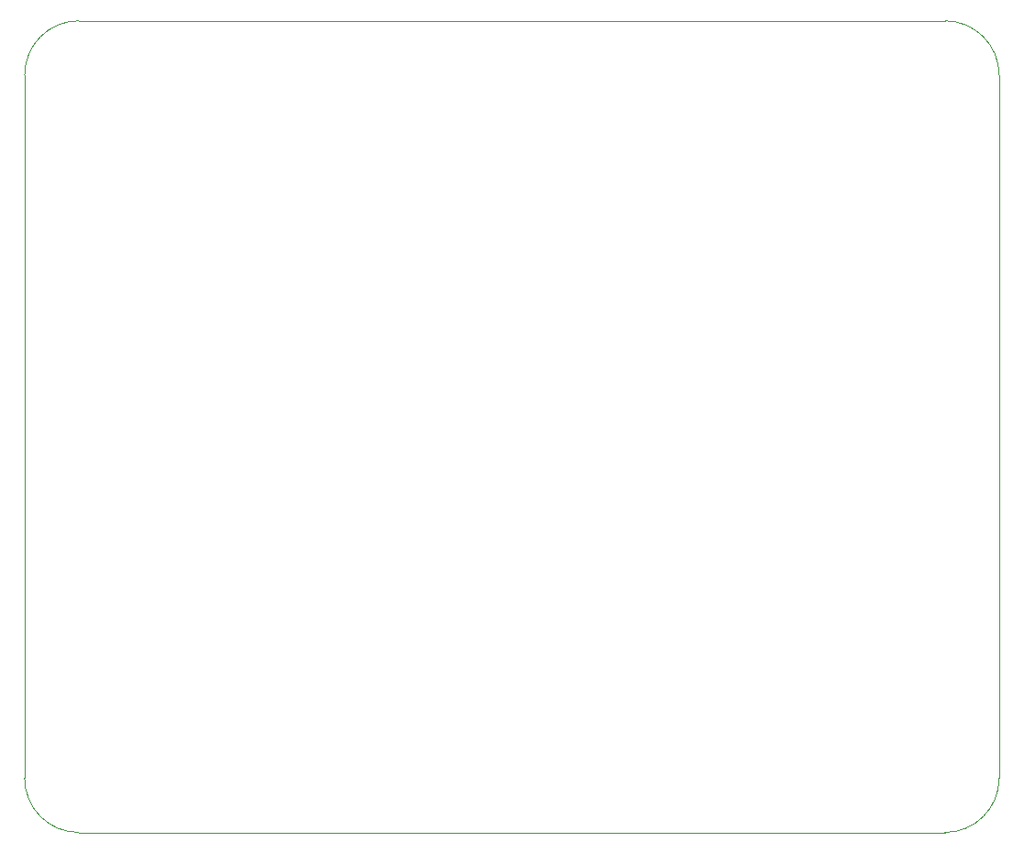
<source format=gbr>
G04 #@! TF.GenerationSoftware,KiCad,Pcbnew,(5.1.4)-1*
G04 #@! TF.CreationDate,2020-01-01T19:34:11-05:00*
G04 #@! TF.ProjectId,Board,426f6172-642e-46b6-9963-61645f706362,rev?*
G04 #@! TF.SameCoordinates,Original*
G04 #@! TF.FileFunction,Profile,NP*
%FSLAX46Y46*%
G04 Gerber Fmt 4.6, Leading zero omitted, Abs format (unit mm)*
G04 Created by KiCad (PCBNEW (5.1.4)-1) date 2020-01-01 19:34:11*
%MOMM*%
%LPD*%
G04 APERTURE LIST*
%ADD10C,0.050000*%
G04 APERTURE END LIST*
D10*
X60000000Y-75000000D02*
X60000000Y-140000000D01*
X145000000Y-70000000D02*
X65000000Y-70000000D01*
X150000000Y-140000000D02*
X150000000Y-75000000D01*
X65000000Y-145000000D02*
X145000000Y-145000000D01*
X150000000Y-140000000D02*
G75*
G02X145000000Y-145000000I-5000000J0D01*
G01*
X65000000Y-145000000D02*
G75*
G02X60000000Y-140000000I0J5000000D01*
G01*
X60000000Y-75000000D02*
G75*
G02X65000000Y-70000000I5000000J0D01*
G01*
X145000000Y-70000000D02*
G75*
G02X150000000Y-75000000I0J-5000000D01*
G01*
M02*

</source>
